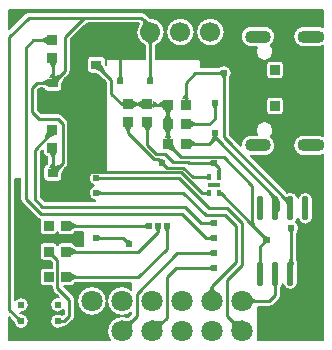
<source format=gbl>
G04 Layer: BottomLayer*
G04 EasyEDA Pro v2.1.32.5533625a.f972c4, 2023-12-06 19:29:04*
G04 Gerber Generator version 0.3*
G04 Scale: 100 percent, Rotated: No, Reflected: No*
G04 Dimensions in millimeters*
G04 Leading zeros omitted, absolute positions, 3 integers and 3 decimals*
%FSLAX33Y33*%
%MOMM*%
%ADD8191C,0.203*%
%ADD10R,0.9X0.8*%
%ADD11R,0.806X0.864*%
%ADD12R,0.864X0.806*%
%ADD13R,0.864X0.806*%
%ADD14R,1.7X1.7*%
%ADD15C,1.7*%
%ADD16O,0.588X2.045*%
%ADD17C,1.8*%
%ADD18O,2.3005X1.1*%
%ADD19O,2.3X1.1*%
%ADD20O,2.2X1.1*%
%ADD21R,0.806X0.864*%
%ADD22R,0.42X0.505*%
%ADD23R,1.1X0.4*%
%ADD24R,0.9X0.8*%
%ADD25C,0.61*%
%ADD26C,0.254*%
G75*


G04 Copper Start*
G36*
G01X358Y-27315D02*
G01X358Y-25392D01*
G01X707Y-25741D01*
G01X710Y-25768D01*
G03X1371Y-26382I661J49D01*
G03X2034Y-25719I0J663D01*
G03X1420Y-25058I-663J0D01*
G01X1393Y-25055D01*
G01X1318Y-24980D01*
G03X1371Y-24982I53J661D01*
G03X2034Y-24319I0J663D01*
G03X1371Y-23656I-663J0D01*
G03X866Y-23889I0J-663D01*
G01Y-13687D01*
G03X997Y-13700I131J645D01*
G03X1293Y-13630I0J658D01*
G01Y-15367D01*
G03X1435Y-15710I485J0D01*
G01X2705Y-16980D01*
G03X2947Y-17112I343J343D01*
G03X2930Y-17221I341J-109D01*
G01Y-18085D01*
G03X3288Y-18443I358J0D01*
G01X4095D01*
G03X4445Y-18160I0J358D01*
G03X4795Y-18443I350J75D01*
G01X5602D01*
G03X5955Y-18141I0J358D01*
G02X5983Y-18138I27J-115D01*
G01X6629D01*
G01Y-19327D01*
G01X5983D01*
G02X5955Y-19324I0J118D01*
G03X5602Y-19022I-354J-56D01*
G01X4795D01*
G03X4445Y-19305I0J-358D01*
G03X4095Y-19022I-350J-75D01*
G01X3288D01*
G03X2930Y-19380I0J-358D01*
G01Y-20244D01*
G03X3288Y-20602I358J0D01*
G01X3795D01*
G01X3960Y-20767D01*
G01Y-21181D01*
G01X3288D01*
G03X2930Y-21539I0J-358D01*
G01Y-22403D01*
G03X3288Y-22761I358J0D01*
G01X3960D01*
G01Y-22860D01*
G03X4102Y-23203I485J0D01*
G01X4561Y-23662D01*
G03X4471Y-23656I-90J-657D01*
G03X3808Y-24319I0J-663D01*
G03X4471Y-24982I663J0D01*
G03X4976Y-24749I0J663D01*
G01Y-25072D01*
G01X4863Y-25185D01*
G03X4471Y-25056I-392J-534D01*
G03X3808Y-25719I0J-663D01*
G03X4471Y-26382I663J0D01*
G03X4905Y-26220I0J663D01*
G01X4918Y-26210D01*
G01X4924Y-26205D01*
G01X5014D01*
G03X5357Y-26063I0J485D01*
G01X5804Y-25616D01*
G03X5946Y-25273I-343J343D01*
G01Y-23876D01*
G03X5804Y-23533I-485J0D01*
G01X5032Y-22761D01*
G01X5602D01*
G03X5955Y-22459I0J358D01*
G02X5983Y-22456I27J-115D01*
G01X10705D01*
G01Y-23031D01*
G03X9906Y-22745I-799J-972D01*
G03X8648Y-24003I0J-1258D01*
G03X9906Y-25261I1258J0D01*
G03X10691Y-24986I0J1258D01*
G01Y-25072D01*
G01X10433Y-25329D01*
G01X10406Y-25356D01*
G01X10396Y-25364D01*
G01X10392Y-25367D01*
G01X10371Y-25362D01*
G01X10245Y-25329D01*
G01X10231Y-25326D01*
G01X10162Y-25310D01*
G01X10141Y-25307D01*
G01X10081Y-25297D01*
G01X10061Y-25294D01*
G01X10041Y-25292D01*
G01X10027Y-25291D01*
G01X10012Y-25289D01*
G01X9992Y-25288D01*
G01X9986Y-25287D01*
G03X9942Y-25285I-80J-1256D01*
G01X9940D01*
G01X9924D01*
G01X9920D01*
G01X9906D01*
G03X9857Y-25286I0J-1258D01*
G01X9851D01*
G01X9827Y-25287D01*
G03X8648Y-26543I79J-1256D01*
G03X8913Y-27315I1258J0D01*
G01X358D01*
G37*
%LPC*%
G36*
G01X6108Y-24003D02*
G03X7366Y-25261I1258J0D01*
G03X8624Y-24003I0J1258D01*
G03X7366Y-22745I-1258J0D01*
G03X6108Y-24003I0J-1258D01*
G37*
%LPD*%
G36*
G01X21438Y-27315D02*
G01X21438Y-24488D01*
G01X22400D01*
G03X22743Y-24346I0J485D01*
G01X23251Y-23838D01*
G03X23393Y-23495I-343J343D01*
G01Y-23070D01*
G01Y-22860D01*
G03X23543Y-22572I-485J436D01*
G03X24178Y-23076I635J149D01*
G03X24830Y-22424I0J652D01*
G01Y-20967D01*
G03X24806Y-20793I-652J0D01*
G01X24727Y-20336D01*
G01Y-18300D01*
G01X24744Y-18279D01*
G03X24905Y-17846I-502J433D01*
G03X24653Y-17326I-663J0D01*
G03X24813Y-17028I-475J447D01*
G03X25448Y-17531I635J149D01*
G03X26100Y-16879I0J652D01*
G01Y-15422D01*
G03X25448Y-14770I-652J0D01*
G03X24813Y-15274I0J-652D01*
G03X24178Y-14770I-635J-149D01*
G03X23904Y-14830I0J-652D01*
G01X23902Y-14828D01*
G01X23879Y-14806D01*
G01X20812Y-11739D01*
G03X20871Y-11741I59J906D01*
G01X21971D01*
G03X22879Y-10833I0J908D01*
G03X22488Y-10087I-908J0D01*
G03X22739Y-9523I-507J563D01*
G03X21981Y-8765I-758J0D01*
G03X21223Y-9523I0J-758D01*
G03X21338Y-9925I758J0D01*
G01X20871D01*
G03X19962Y-10833I0J-908D01*
G03X19964Y-10892I908J0D01*
G01X19027Y-9955D01*
G01Y-5153D01*
G01X19044Y-5132D01*
G03X19205Y-4699I-502J433D01*
G03X18542Y-4036I-663J0D01*
G03X18109Y-4197I0J-663D01*
G01X18088Y-4214D01*
G01X16575D01*
G01Y-3654D01*
G03X16473Y-3552I-102J0D01*
G01X12802D01*
G01Y-2395D01*
G01X12803Y-2361D01*
G01Y-2353D01*
G01X12814Y-2346D01*
G01X12930Y-2276D01*
G01X12943Y-2268D01*
G01X12999Y-2230D01*
G01X13017Y-2218D01*
G01X13063Y-2183D01*
G01X13079Y-2170D01*
G01X13115Y-2139D01*
G01X13129Y-2126D01*
G01X13134Y-2122D01*
G03X13165Y-2092I-817J890D01*
G01X13178Y-2079D01*
G03X13223Y-2031I-862J847D01*
G03X13525Y-1232I-906J799D01*
G03X12400Y-27I-1208J0D01*
G01X12383Y-25D01*
G01X12371Y-23D01*
G01X12357Y-19D01*
G01X12340Y-14D01*
G01X12323Y-7D01*
G01X12289Y8D01*
G01X12256Y26D01*
G01X12221Y48D01*
G01X12187Y72D01*
G01X12140Y109D01*
G01X12095Y148D01*
G01X12076Y167D01*
G01X11900Y343D01*
G03X11557Y485I-343J-343D01*
G01X6731D01*
G01X2032D01*
G03X1689Y343I0J-485D01*
G01X358Y-988D01*
G01Y658D01*
G01X26942D01*
G01Y-809D01*
G03X26520Y-705I-421J-804D01*
G01X25320D01*
G03X24412Y-1613I0J-908D01*
G03X25320Y-2521I908J0D01*
G01X26520D01*
G03X26942Y-2418I0J908D01*
G01Y-10029D01*
G03X26520Y-9925I-421J-804D01*
G01X25320D01*
G03X24412Y-10833I0J-908D01*
G03X25320Y-11741I908J0D01*
G01X26520D01*
G03X26942Y-11638I0J908D01*
G01Y-27315D01*
G01X21438D01*
G37*
%LPC*%
G36*
G01X21223Y-2923D02*
G03X21981Y-3681I758J0D01*
G03X22739Y-2923I0J758D01*
G03X22488Y-2360I-758J0D01*
G03X22879Y-1613I-517J746D01*
G03X21971Y-705I-908J0D01*
G01X20871D01*
G03X19962Y-1613I0J-908D01*
G03X20871Y-2521I908J0D01*
G01X21338D01*
G03X21223Y-2923I643J-402D01*
G37*
G36*
G01X17396Y-2440D02*
G03X18605Y-1232I0J1208D01*
G03X17396Y-24I-1208J0D01*
G03X16188Y-1232I0J-1208D01*
G03X17396Y-2440I1208J0D01*
G37*
G36*
G01X13648Y-1232D02*
G03X14856Y-2440I1208J0D01*
G03X16065Y-1232I0J1208D01*
G03X14856Y-24I-1208J0D01*
G03X13648Y-1232I0J-1208D01*
G37*
G36*
G01X22107Y-4877D02*
G03X22465Y-5235I358J0D01*
G01X23272D01*
G03X23630Y-4877I0J358D01*
G01Y-4013D01*
G03X23272Y-3655I-358J0D01*
G01X22465D01*
G03X22107Y-4013I0J-358D01*
G01Y-4877D01*
G37*
G36*
G01X22107Y-7925D02*
G03X22465Y-8283I358J0D01*
G01X23272D01*
G03X23630Y-7925I0J358D01*
G01Y-7061D01*
G03X23272Y-6703I-358J0D01*
G01X22465D01*
G03X22107Y-7061I0J-358D01*
G01Y-7925D01*
G37*
%LPD*%
G36*
G01X3376Y-15517D02*
G01X3025Y-15166D01*
G01Y-11377D01*
G01X3219Y-11183D01*
G01Y-11444D01*
G03X3577Y-11802I358J0D01*
G01X3579Y-11825D01*
G01Y-12362D01*
G01X3576Y-12387D01*
G03X3256Y-12743I38J-356D01*
G01Y-13543D01*
G03X3614Y-13901I358J0D01*
G01X4514D01*
G03X4872Y-13543I0J358D01*
G01Y-13169D01*
G02X5037Y-12855I585J-106D01*
G01X5271Y-12621D01*
G03X5413Y-12278I-343J343D01*
G01Y-9017D01*
G03X5271Y-8674I-485J0D01*
G01X4838Y-8241D01*
G03X4495Y-8099I-343J-343D01*
G01X3070D01*
G01X2775Y-7804D01*
G01X2771Y-6170D01*
G01X2934Y-6007D01*
G01X3233D01*
G02X3267Y-6012I0J-118D01*
G03X3614Y-6281I347J89D01*
G01X4514D01*
G03X4872Y-5923I0J358D01*
G01Y-5549D01*
G02X5037Y-5235I585J-106D01*
G01X5423Y-4849D01*
G03X5565Y-4506I-343J343D01*
G01Y-1852D01*
G01X6799Y-618D01*
G01X6808Y-610D01*
G01X6817Y-602D01*
G01X6830Y-594D01*
G01X6861Y-574D01*
G01X6897Y-555D01*
G01X6937Y-536D01*
G01X6979Y-520D01*
G01X7020Y-505D01*
G01X7057Y-495D01*
G01X7090Y-488D01*
G01X7103Y-486D01*
G01X7114Y-485D01*
G01X7116D01*
G01X11344D01*
G01X11343Y-490D01*
G01X11328Y-536D01*
G01Y-538D01*
G03X11108Y-1232I989J-694D01*
G03X11111Y-1308I1208J0D01*
G03X11410Y-2031I1206J76D01*
G03X11455Y-2079I906J799D01*
G01X11468Y-2092D01*
G03X11499Y-2122I848J860D01*
G01X11504Y-2126D01*
G01X11518Y-2139D01*
G01X11554Y-2170D01*
G01X11570Y-2183D01*
G01X11616Y-2218D01*
G01X11634Y-2230D01*
G01X11690Y-2268D01*
G01X11703Y-2276D01*
G01X11819Y-2346D01*
G01X11829Y-2353D01*
G01X11830Y-2361D01*
G01X11831Y-2395D01*
G01Y-3552D01*
G01X8673D01*
G03X8571Y-3654I0J-102D01*
G01Y-4038D01*
G02X8555Y-3972I569J172D01*
G01Y-3599D01*
G03X8197Y-3241I-358J0D01*
G01X7297D01*
G03X6939Y-3599I0J-358D01*
G01Y-4399D01*
G03X7297Y-4757I358J0D01*
G01X7670D01*
G02X7984Y-4922I-106J-585D01*
G01X8532Y-5470D01*
G01Y-6477D01*
G03X8571Y-6668I485J0D01*
G01Y-13104D01*
G01X8199D01*
G03X7747Y-12926I-452J-485D01*
G03X7084Y-13589I0J-663D01*
G03X7557Y-14224I663J0D01*
G03X7084Y-14859I190J-635D01*
G03X7665Y-15517I663J0D01*
G01X3376D01*
G37*
G54D8191*
G01X358Y-27315D02*
G01X358Y-25392D01*
G01X707Y-25741D01*
G01X710Y-25768D01*
G03X1371Y-26382I661J49D01*
G03X2034Y-25719I0J663D01*
G03X1420Y-25058I-663J0D01*
G01X1393Y-25055D01*
G01X1318Y-24980D01*
G03X1371Y-24982I53J661D01*
G03X2034Y-24319I0J663D01*
G03X1371Y-23656I-663J0D01*
G03X866Y-23889I0J-663D01*
G01Y-13687D01*
G03X997Y-13700I131J645D01*
G03X1293Y-13630I0J658D01*
G01Y-15367D01*
G03X1435Y-15710I485J0D01*
G01X2705Y-16980D01*
G03X2947Y-17112I343J343D01*
G03X2930Y-17221I341J-109D01*
G01Y-18085D01*
G03X3288Y-18443I358J0D01*
G01X4095D01*
G03X4445Y-18160I0J358D01*
G03X4795Y-18443I350J75D01*
G01X5602D01*
G03X5955Y-18141I0J358D01*
G02X5983Y-18138I27J-115D01*
G01X6629D01*
G01Y-19327D01*
G01X5983D01*
G02X5955Y-19324I0J118D01*
G03X5602Y-19022I-354J-56D01*
G01X4795D01*
G03X4445Y-19305I0J-358D01*
G03X4095Y-19022I-350J-75D01*
G01X3288D01*
G03X2930Y-19380I0J-358D01*
G01Y-20244D01*
G03X3288Y-20602I358J0D01*
G01X3795D01*
G01X3960Y-20767D01*
G01Y-21181D01*
G01X3288D01*
G03X2930Y-21539I0J-358D01*
G01Y-22403D01*
G03X3288Y-22761I358J0D01*
G01X3960D01*
G01Y-22860D01*
G03X4102Y-23203I485J0D01*
G01X4561Y-23662D01*
G03X4471Y-23656I-90J-657D01*
G03X3808Y-24319I0J-663D01*
G03X4471Y-24982I663J0D01*
G03X4976Y-24749I0J663D01*
G01Y-25072D01*
G01X4863Y-25185D01*
G03X4471Y-25056I-392J-534D01*
G03X3808Y-25719I0J-663D01*
G03X4471Y-26382I663J0D01*
G03X4905Y-26220I0J663D01*
G01X4918Y-26210D01*
G01X4924Y-26205D01*
G01X5014D01*
G03X5357Y-26063I0J485D01*
G01X5804Y-25616D01*
G03X5946Y-25273I-343J343D01*
G01Y-23876D01*
G03X5804Y-23533I-485J0D01*
G01X5032Y-22761D01*
G01X5602D01*
G03X5955Y-22459I0J358D01*
G02X5983Y-22456I27J-115D01*
G01X10705D01*
G01Y-23031D01*
G03X9906Y-22745I-799J-972D01*
G03X8648Y-24003I0J-1258D01*
G03X9906Y-25261I1258J0D01*
G03X10691Y-24986I0J1258D01*
G01Y-25072D01*
G01X10433Y-25329D01*
G01X10406Y-25356D01*
G01X10396Y-25364D01*
G01X10392Y-25367D01*
G01X10371Y-25362D01*
G01X10245Y-25329D01*
G01X10231Y-25326D01*
G01X10162Y-25310D01*
G01X10141Y-25307D01*
G01X10081Y-25297D01*
G01X10061Y-25294D01*
G01X10041Y-25292D01*
G01X10027Y-25291D01*
G01X10012Y-25289D01*
G01X9992Y-25288D01*
G01X9986Y-25287D01*
G03X9942Y-25285I-80J-1256D01*
G01X9940D01*
G01X9924D01*
G01X9920D01*
G01X9906D01*
G03X9857Y-25286I0J-1258D01*
G01X9851D01*
G01X9827Y-25287D01*
G03X8648Y-26543I79J-1256D01*
G03X8913Y-27315I1258J0D01*
G01X358D01*
G01X6108Y-24003D02*
G03X7366Y-25261I1258J0D01*
G03X8624Y-24003I0J1258D01*
G03X7366Y-22745I-1258J0D01*
G03X6108Y-24003I0J-1258D01*
G01X21438Y-27315D02*
G01X21438Y-24488D01*
G01X22400D01*
G03X22743Y-24346I0J485D01*
G01X23251Y-23838D01*
G03X23393Y-23495I-343J343D01*
G01Y-23070D01*
G01Y-22860D01*
G03X23543Y-22572I-485J436D01*
G03X24178Y-23076I635J149D01*
G03X24830Y-22424I0J652D01*
G01Y-20967D01*
G03X24806Y-20793I-652J0D01*
G01X24727Y-20336D01*
G01Y-18300D01*
G01X24744Y-18279D01*
G03X24905Y-17846I-502J433D01*
G03X24653Y-17326I-663J0D01*
G03X24813Y-17028I-475J447D01*
G03X25448Y-17531I635J149D01*
G03X26100Y-16879I0J652D01*
G01Y-15422D01*
G03X25448Y-14770I-652J0D01*
G03X24813Y-15274I0J-652D01*
G03X24178Y-14770I-635J-149D01*
G03X23904Y-14830I0J-652D01*
G01X23902Y-14828D01*
G01X23879Y-14806D01*
G01X20812Y-11739D01*
G03X20871Y-11741I59J906D01*
G01X21971D01*
G03X22879Y-10833I0J908D01*
G03X22488Y-10087I-908J0D01*
G03X22739Y-9523I-507J563D01*
G03X21981Y-8765I-758J0D01*
G03X21223Y-9523I0J-758D01*
G03X21338Y-9925I758J0D01*
G01X20871D01*
G03X19962Y-10833I0J-908D01*
G03X19964Y-10892I908J0D01*
G01X19027Y-9955D01*
G01Y-5153D01*
G01X19044Y-5132D01*
G03X19205Y-4699I-502J433D01*
G03X18542Y-4036I-663J0D01*
G03X18109Y-4197I0J-663D01*
G01X18088Y-4214D01*
G01X16575D01*
G01Y-3654D01*
G03X16473Y-3552I-102J0D01*
G01X12802D01*
G01Y-2395D01*
G01X12803Y-2361D01*
G01Y-2353D01*
G01X12814Y-2346D01*
G01X12930Y-2276D01*
G01X12943Y-2268D01*
G01X12999Y-2230D01*
G01X13017Y-2218D01*
G01X13063Y-2183D01*
G01X13079Y-2170D01*
G01X13115Y-2139D01*
G01X13129Y-2126D01*
G01X13134Y-2122D01*
G03X13165Y-2092I-817J890D01*
G01X13178Y-2079D01*
G03X13223Y-2031I-862J847D01*
G03X13525Y-1232I-906J799D01*
G03X12400Y-27I-1208J0D01*
G01X12383Y-25D01*
G01X12371Y-23D01*
G01X12357Y-19D01*
G01X12340Y-14D01*
G01X12323Y-7D01*
G01X12289Y8D01*
G01X12256Y26D01*
G01X12221Y48D01*
G01X12187Y72D01*
G01X12140Y109D01*
G01X12095Y148D01*
G01X12076Y167D01*
G01X11900Y343D01*
G03X11557Y485I-343J-343D01*
G01X6731D01*
G01X2032D01*
G03X1689Y343I0J-485D01*
G01X358Y-988D01*
G01Y658D01*
G01X26942D01*
G01Y-809D01*
G03X26520Y-705I-421J-804D01*
G01X25320D01*
G03X24412Y-1613I0J-908D01*
G03X25320Y-2521I908J0D01*
G01X26520D01*
G03X26942Y-2418I0J908D01*
G01Y-10029D01*
G03X26520Y-9925I-421J-804D01*
G01X25320D01*
G03X24412Y-10833I0J-908D01*
G03X25320Y-11741I908J0D01*
G01X26520D01*
G03X26942Y-11638I0J908D01*
G01Y-27315D01*
G01X21438D01*
G01X21223Y-2923D02*
G03X21981Y-3681I758J0D01*
G03X22739Y-2923I0J758D01*
G03X22488Y-2360I-758J0D01*
G03X22879Y-1613I-517J746D01*
G03X21971Y-705I-908J0D01*
G01X20871D01*
G03X19962Y-1613I0J-908D01*
G03X20871Y-2521I908J0D01*
G01X21338D01*
G03X21223Y-2923I643J-402D01*
G01X17396Y-2440D02*
G03X18605Y-1232I0J1208D01*
G03X17396Y-24I-1208J0D01*
G03X16188Y-1232I0J-1208D01*
G03X17396Y-2440I1208J0D01*
G01X13648Y-1232D02*
G03X14856Y-2440I1208J0D01*
G03X16065Y-1232I0J1208D01*
G03X14856Y-24I-1208J0D01*
G03X13648Y-1232I0J-1208D01*
G01X22107Y-4877D02*
G03X22465Y-5235I358J0D01*
G01X23272D01*
G03X23630Y-4877I0J358D01*
G01Y-4013D01*
G03X23272Y-3655I-358J0D01*
G01X22465D01*
G03X22107Y-4013I0J-358D01*
G01Y-4877D01*
G01X22107Y-7925D02*
G03X22465Y-8283I358J0D01*
G01X23272D01*
G03X23630Y-7925I0J358D01*
G01Y-7061D01*
G03X23272Y-6703I-358J0D01*
G01X22465D01*
G03X22107Y-7061I0J-358D01*
G01Y-7925D01*
G01X3376Y-15517D02*
G01X3025Y-15166D01*
G01Y-11377D01*
G01X3219Y-11183D01*
G01Y-11444D01*
G03X3577Y-11802I358J0D01*
G01X3579Y-11825D01*
G01Y-12362D01*
G01X3576Y-12387D01*
G03X3256Y-12743I38J-356D01*
G01Y-13543D01*
G03X3614Y-13901I358J0D01*
G01X4514D01*
G03X4872Y-13543I0J358D01*
G01Y-13169D01*
G02X5037Y-12855I585J-106D01*
G01X5271Y-12621D01*
G03X5413Y-12278I-343J343D01*
G01Y-9017D01*
G03X5271Y-8674I-485J0D01*
G01X4838Y-8241D01*
G03X4495Y-8099I-343J-343D01*
G01X3070D01*
G01X2775Y-7804D01*
G01X2771Y-6170D01*
G01X2934Y-6007D01*
G01X3233D01*
G02X3267Y-6012I0J-118D01*
G03X3614Y-6281I347J89D01*
G01X4514D01*
G03X4872Y-5923I0J358D01*
G01Y-5549D01*
G02X5037Y-5235I585J-106D01*
G01X5423Y-4849D01*
G03X5565Y-4506I-343J343D01*
G01Y-1852D01*
G01X6799Y-618D01*
G01X6808Y-610D01*
G01X6817Y-602D01*
G01X6830Y-594D01*
G01X6861Y-574D01*
G01X6897Y-555D01*
G01X6937Y-536D01*
G01X6979Y-520D01*
G01X7020Y-505D01*
G01X7057Y-495D01*
G01X7090Y-488D01*
G01X7103Y-486D01*
G01X7114Y-485D01*
G01X7116D01*
G01X11344D01*
G01X11343Y-490D01*
G01X11328Y-536D01*
G01Y-538D01*
G03X11108Y-1232I989J-694D01*
G03X11111Y-1308I1208J0D01*
G03X11410Y-2031I1206J76D01*
G03X11455Y-2079I906J799D01*
G01X11468Y-2092D01*
G03X11499Y-2122I848J860D01*
G01X11504Y-2126D01*
G01X11518Y-2139D01*
G01X11554Y-2170D01*
G01X11570Y-2183D01*
G01X11616Y-2218D01*
G01X11634Y-2230D01*
G01X11690Y-2268D01*
G01X11703Y-2276D01*
G01X11819Y-2346D01*
G01X11829Y-2353D01*
G01X11830Y-2361D01*
G01X11831Y-2395D01*
G01Y-3552D01*
G01X8673D01*
G03X8571Y-3654I0J-102D01*
G01Y-4038D01*
G02X8555Y-3972I569J172D01*
G01Y-3599D01*
G03X8197Y-3241I-358J0D01*
G01X7297D01*
G03X6939Y-3599I0J-358D01*
G01Y-4399D01*
G03X7297Y-4757I358J0D01*
G01X7670D01*
G02X7984Y-4922I-106J-585D01*
G01X8532Y-5470D01*
G01Y-6477D01*
G03X8571Y-6668I485J0D01*
G01Y-13104D01*
G01X8199D01*
G03X7747Y-12926I-452J-485D01*
G03X7084Y-13589I0J-663D01*
G03X7557Y-14224I663J0D01*
G03X7084Y-14859I190J-635D01*
G03X7665Y-15517I663J0D01*
G01X3376D01*
G04 Copper End*

G04 Tear Start*
G36*
G01X3233Y-5395D02*
G01X3233Y-5649D01*
G02X3614Y-5839I0J-476D01*
G01Y-5204D01*
G02X3233Y-5395I-381J286D01*
G37*
G36*
G01X4783Y-4982D02*
G01X4553Y-4854D01*
G02X4014Y-5123I-674J674D01*
G01X4514Y-5521D01*
G02X4783Y-4982I943J-135D01*
G37*
G36*
G01X4191Y-4742D02*
G01X3937Y-4742D01*
G02X3747Y-5123I-476J0D01*
G01X4382D01*
G02X4191Y-4742I286J381D01*
G37*
G36*
G01X4895Y-14732D02*
G01X4895Y-14478D01*
G02X4514Y-14287I0J476D01*
G01Y-14922D01*
G02X4895Y-14732I381J-286D01*
G37*
G36*
G01X4783Y-12602D02*
G01X4553Y-12474D01*
G02X4014Y-12743I-674J674D01*
G01X4514Y-13141D01*
G02X4783Y-12602I943J-135D01*
G37*
G36*
G01X4191Y-12362D02*
G01X3937Y-12362D01*
G02X3747Y-12743I-476J0D01*
G01X4382D01*
G02X4191Y-12362I286J381D01*
G37*
G36*
G01X5983Y-17780D02*
G01X5983Y-17526D01*
G02X5602Y-17335I0J476D01*
G01Y-17970D01*
G02X5983Y-17780I381J-286D01*
G37*
G36*
G01X5983Y-19939D02*
G01X5983Y-19685D01*
G02X5602Y-19494I0J476D01*
G01Y-20129D01*
G02X5983Y-19939I381J-286D01*
G37*
G36*
G01X5983Y-22098D02*
G01X5983Y-21844D01*
G02X5602Y-21653I0J476D01*
G01Y-22288D01*
G02X5983Y-22098I381J-286D01*
G37*
G36*
G01X3196Y-1786D02*
G01X3196Y-2040D01*
G02X3577Y-2230I0J-476D01*
G01Y-1595D01*
G02X3196Y-1786I-381J286D01*
G37*
G36*
G01X3937Y-4205D02*
G01X4191Y-4205D01*
G02X4382Y-3824I476J0D01*
G01X3747D01*
G02X3937Y-4205I-286J-381D01*
G37*
G36*
G01X3937Y-11825D02*
G01X4191Y-11825D01*
G02X4382Y-11444I476J0D01*
G01X3747D01*
G02X3937Y-11825I-286J-381D01*
G37*
G36*
G01X3330Y-10206D02*
G01X3689Y-10206D01*
G02X4228Y-9937I674J-674D01*
G01X3577Y-9690D01*
G02X3330Y-10206I-855J92D01*
G37*
G36*
G01X9649Y-2463D02*
G01X9903Y-2463D01*
G02X10094Y-2082I476J0D01*
G01X9459D01*
G02X9649Y-2463I-286J-381D01*
G37*
G36*
G01X11824Y-88D02*
G01X11645Y-267D01*
G01X11655Y-278D01*
G01X11664Y-289D01*
G01X11672Y-301D01*
G01X11680Y-312D01*
G01X11686Y-325D01*
G01X11692Y-337D01*
G01X11697Y-350D01*
G01X11701Y-363D01*
G01X11705Y-376D01*
G01X11707Y-390D01*
G01X11711Y-418D01*
G01Y-447D01*
G01X11710Y-477D01*
G01X11706Y-508D01*
G01X11700Y-539D01*
G01X11688Y-588D01*
G01X11666Y-655D01*
G01X11619Y-777D01*
G01X11525Y-1006D01*
G01X11502Y-1075D01*
G01X11487Y-1126D01*
G01X11476Y-1176D01*
G01X11471Y-1208D01*
G01X11468Y-1240D01*
G01Y-1270D01*
G01Y-1285D01*
G01X12370Y-384D01*
G01X12333Y-380D01*
G01X12295Y-373D01*
G01X12258Y-364D01*
G01X12221Y-352D01*
G01X12184Y-338D01*
G01X12129Y-313D01*
G01X12075Y-284D01*
G01X12023Y-251D01*
G01X11973Y-216D01*
G01X11910Y-166D01*
G01X11851Y-114D01*
G01X11824Y-88D01*
G37*
G36*
G01X12189Y-2389D02*
G01X12443Y-2389D01*
G01X12445Y-2338D01*
G01X12448Y-2307D01*
G01X12452Y-2278D01*
G01X12458Y-2252D01*
G01X12465Y-2227D01*
G01X12473Y-2205D01*
G01X12482Y-2184D01*
G01X12493Y-2165D01*
G01X12504Y-2147D01*
G01X12517Y-2131D01*
G01X12531Y-2115D01*
G01X12545Y-2101D01*
G01X12561Y-2087D01*
G01X12585Y-2068D01*
G01X12621Y-2044D01*
G01X12744Y-1969D01*
G01X12801Y-1932D01*
G01X12847Y-1897D01*
G01X12882Y-1867D01*
G01X12918Y-1833D01*
G01X12954Y-1794D01*
G01X11679D01*
G01X11715Y-1833D01*
G01X11751Y-1867D01*
G01X11786Y-1897D01*
G01X11832Y-1932D01*
G01X11889Y-1969D01*
G01X12012Y-2044D01*
G01X12047Y-2068D01*
G01X12072Y-2087D01*
G01X12088Y-2101D01*
G01X12102Y-2115D01*
G01X12116Y-2131D01*
G01X12129Y-2147D01*
G01X12140Y-2165D01*
G01X12151Y-2184D01*
G01X12160Y-2205D01*
G01X12168Y-2227D01*
G01X12175Y-2252D01*
G01X12181Y-2278D01*
G01X12185Y-2307D01*
G01X12188Y-2338D01*
G01X12189Y-2389D01*
G37*
G36*
G01X22684Y-14862D02*
G01X22419Y-14957D01*
G01X22437Y-14977D01*
G01X22455Y-14999D01*
G01X22473Y-15024D01*
G01X22499Y-15065D01*
G01X22524Y-15110D01*
G01X22546Y-15157D01*
G01X22566Y-15206D01*
G01X22583Y-15255D01*
G01X22597Y-15304D01*
G01X22607Y-15350D01*
G01X22611Y-15380D01*
G01X22613Y-15408D01*
G01X22614Y-15421D01*
G01X23003Y-15144D01*
G01X22972Y-15132D01*
G01X22945Y-15120D01*
G01X22920Y-15107D01*
G01X22898Y-15093D01*
G01X22878Y-15078D01*
G01X22860Y-15063D01*
G01X22843Y-15047D01*
G01X22819Y-15021D01*
G01X22747Y-14932D01*
G01X22707Y-14886D01*
G01X22684Y-14862D01*
G37*
G36*
G01X23628Y-15063D02*
G01X23614Y-15408D01*
G01X23652Y-15447D01*
G01X23689Y-15491D01*
G01X23725Y-15538D01*
G01X23759Y-15587D01*
G01X23790Y-15639D01*
G01X23818Y-15692D01*
G01X23841Y-15746D01*
G01X23855Y-15782D01*
G01X23866Y-15819D01*
G01X23874Y-15856D01*
G01X23880Y-15892D01*
G01X23883Y-15928D01*
G01X23884Y-15946D01*
G01X24013Y-15178D01*
G01X24001Y-15186D01*
G01X23989Y-15193D01*
G01X23976Y-15198D01*
G01X23964Y-15203D01*
G01X23951Y-15207D01*
G01X23939Y-15210D01*
G01X23926Y-15212D01*
G01X23914Y-15213D01*
G01X23901Y-15214D01*
G01X23888Y-15213D01*
G01X23876Y-15212D01*
G01X23863Y-15210D01*
G01X23851Y-15207D01*
G01X23826Y-15200D01*
G01X23801Y-15190D01*
G01X23777Y-15178D01*
G01X23753Y-15164D01*
G01X23729Y-15149D01*
G01X23694Y-15122D01*
G01X23661Y-15093D01*
G01X23628Y-15063D01*
G37*
G36*
G01X21765Y-20321D02*
G01X21511Y-20321D01*
G01X21512Y-20355D01*
G01X21516Y-20388D01*
G01X21522Y-20419D01*
G01X21537Y-20477D01*
G01X21555Y-20541D01*
G01X21560Y-20564D01*
G01X21562Y-20575D01*
G01X21563Y-20587D01*
G01Y-20598D01*
G01Y-20608D01*
G01X21562Y-20619D01*
G01X21559Y-20629D01*
G01X21556Y-20639D01*
G01X21552Y-20649D01*
G01X21546Y-20659D01*
G01X21539Y-20669D01*
G01X21531Y-20679D01*
G01X21522Y-20688D01*
G01X21511Y-20698D01*
G01X21498Y-20707D01*
G01X21484Y-20716D01*
G01X21791D01*
G01X21777Y-20707D01*
G01X21764Y-20698D01*
G01X21753Y-20688D01*
G01X21744Y-20679D01*
G01X21736Y-20669D01*
G01X21729Y-20659D01*
G01X21723Y-20649D01*
G01X21719Y-20639D01*
G01X21716Y-20629D01*
G01X21714Y-20619D01*
G01X21712Y-20608D01*
G01Y-20598D01*
G01Y-20587D01*
G01X21713Y-20575D01*
G01X21717Y-20552D01*
G01X21727Y-20516D01*
G01X21750Y-20434D01*
G01X21756Y-20404D01*
G01X21761Y-20372D01*
G01X21764Y-20338D01*
G01X21765Y-20321D01*
G37*
G36*
G01X22781Y-23070D02*
G01X23035Y-23070D01*
G01X23033Y-23035D01*
G01X23029Y-23003D01*
G01X23023Y-22972D01*
G01X23008Y-22914D01*
G01X22990Y-22850D01*
G01X22985Y-22827D01*
G01X22983Y-22815D01*
G01X22982Y-22804D01*
G01Y-22793D01*
G01Y-22783D01*
G01X22984Y-22772D01*
G01X22986Y-22762D01*
G01X22989Y-22751D01*
G01X22993Y-22741D01*
G01X22999Y-22732D01*
G01X23006Y-22722D01*
G01X23014Y-22712D01*
G01X23023Y-22703D01*
G01X23034Y-22693D01*
G01X23047Y-22684D01*
G01X23061Y-22674D01*
G01X22754D01*
G01X22768Y-22684D01*
G01X22781Y-22693D01*
G01X22792Y-22703D01*
G01X22801Y-22712D01*
G01X22809Y-22722D01*
G01X22816Y-22732D01*
G01X22822Y-22741D01*
G01X22826Y-22751D01*
G01X22829Y-22762D01*
G01X22832Y-22772D01*
G01X22833Y-22783D01*
G01Y-22793D01*
G01Y-22804D01*
G01X22832Y-22815D01*
G01X22828Y-22838D01*
G01X22818Y-22875D01*
G01X22795Y-22957D01*
G01X22789Y-22987D01*
G01X22784Y-23019D01*
G01X22781Y-23053D01*
G01Y-23070D01*
G37*
G36*
G01X24369Y-20363D02*
G01X24115Y-20299D01*
G01X24114Y-20334D01*
G01X24110Y-20368D01*
G01X24105Y-20402D01*
G01X24098Y-20436D01*
G01X24085Y-20486D01*
G01X24068Y-20536D01*
G01X24041Y-20600D01*
G01X24003Y-20679D01*
G01X23924Y-20818D01*
G01X24472Y-20967D01*
G01X24467Y-20935D01*
G01X24370Y-20373D01*
G01X24369Y-20363D01*
G37*
G36*
G01X10862Y-25766D02*
G01X10683Y-25587D01*
G01X10642Y-25624D01*
G01X10617Y-25646D01*
G01X10592Y-25664D01*
G01X10568Y-25680D01*
G01X10544Y-25693D01*
G01X10521Y-25704D01*
G01X10498Y-25712D01*
G01X10476Y-25719D01*
G01X10454Y-25723D01*
G01X10432Y-25726D01*
G01X10410Y-25727D01*
G01X10388D01*
G01X10367Y-25725D01*
G01X10334Y-25720D01*
G01X10289Y-25711D01*
G01X10154Y-25676D01*
G01X10085Y-25660D01*
G01X10024Y-25650D01*
G01X9976Y-25645D01*
G01X9924Y-25643D01*
G01X9869Y-25644D01*
G01X9850Y-25645D01*
G01X10804Y-26599D01*
G01X10806Y-26543D01*
G01X10805Y-26490D01*
G01X10800Y-26441D01*
G01X10792Y-26379D01*
G01X10777Y-26309D01*
G01X10741Y-26172D01*
G01X10731Y-26126D01*
G01X10725Y-26093D01*
G01X10723Y-26071D01*
G01X10722Y-26050D01*
G01Y-26028D01*
G01X10724Y-26006D01*
G01X10728Y-25984D01*
G01X10733Y-25962D01*
G01X10741Y-25939D01*
G01X10750Y-25917D01*
G01X10762Y-25893D01*
G01X10777Y-25869D01*
G01X10794Y-25845D01*
G01X10814Y-25819D01*
G01X10849Y-25780D01*
G01X10862Y-25766D01*
G37*
G36*
G01X13466Y-25830D02*
G01X13286Y-25650D01*
G01X13269Y-25665D01*
G01X13251Y-25678D01*
G01X13230Y-25689D01*
G01X13209Y-25698D01*
G01X13185Y-25706D01*
G01X13161Y-25712D01*
G01X13135Y-25716D01*
G01X13080Y-25721D01*
G01X13021D01*
G01X12928Y-25714D01*
G01X12767Y-25690D01*
G01X12518Y-25651D01*
G01X12463Y-25645D01*
G01X12413Y-25644D01*
G01X12390Y-25645D01*
G01X13344Y-26599D01*
G01X13346Y-26536D01*
G01X13345Y-26463D01*
G01X13337Y-26355D01*
G01X13323Y-26211D01*
G01X13321Y-26166D01*
G01X13322Y-26133D01*
G01X13324Y-26101D01*
G01X13327Y-26079D01*
G01X13331Y-26058D01*
G01X13336Y-26037D01*
G01X13343Y-26015D01*
G01X13351Y-25994D01*
G01X13360Y-25973D01*
G01X13371Y-25952D01*
G01X13384Y-25930D01*
G01X13399Y-25908D01*
G01X13415Y-25886D01*
G01X13444Y-25853D01*
G01X13466Y-25830D01*
G37*
G36*
G01X21291Y-24130D02*
G01X21291Y-23876D01*
G01X21236Y-23874D01*
G01X21203Y-23871D01*
G01X21172Y-23867D01*
G01X21144Y-23861D01*
G01X21118Y-23853D01*
G01X21094Y-23844D01*
G01X21072Y-23834D01*
G01X21052Y-23823D01*
G01X21033Y-23811D01*
G01X21016Y-23797D01*
G01X21000Y-23783D01*
G01X20984Y-23767D01*
G01X20970Y-23750D01*
G01X20950Y-23724D01*
G01X20925Y-23685D01*
G01X20855Y-23565D01*
G01X20817Y-23505D01*
G01X20781Y-23455D01*
G01X20750Y-23418D01*
G01X20715Y-23379D01*
G01X20676Y-23341D01*
G01X20661Y-23328D01*
G01Y-24678D01*
G01X20702Y-24639D01*
G01X20739Y-24601D01*
G01X20771Y-24563D01*
G01X20808Y-24513D01*
G01X20848Y-24453D01*
G01X20919Y-24331D01*
G01X20944Y-24292D01*
G01X20963Y-24264D01*
G01X20977Y-24247D01*
G01X20992Y-24231D01*
G01X21007Y-24216D01*
G01X21024Y-24202D01*
G01X21042Y-24189D01*
G01X21062Y-24177D01*
G01X21083Y-24166D01*
G01X21106Y-24157D01*
G01X21131Y-24149D01*
G01X21158Y-24142D01*
G01X21187Y-24137D01*
G01X21219Y-24133D01*
G01X21272Y-24130D01*
G01X21291D01*
G37*
G36*
G01X19289Y-25587D02*
G01X19110Y-25766D01*
G01X19147Y-25807D01*
G01X19169Y-25832D01*
G01X19187Y-25857D01*
G01X19203Y-25881D01*
G01X19216Y-25905D01*
G01X19227Y-25928D01*
G01X19235Y-25951D01*
G01X19242Y-25973D01*
G01X19246Y-25995D01*
G01X19249Y-26017D01*
G01X19250Y-26039D01*
G01Y-26061D01*
G01X19248Y-26082D01*
G01X19243Y-26115D01*
G01X19234Y-26160D01*
G01X19199Y-26295D01*
G01X19183Y-26364D01*
G01X19173Y-26425D01*
G01X19168Y-26473D01*
G01X19166Y-26525D01*
G01X19167Y-26580D01*
G01X19168Y-26599D01*
G01X20122Y-25645D01*
G01X20066Y-25643D01*
G01X20013Y-25644D01*
G01X19964Y-25649D01*
G01X19902Y-25657D01*
G01X19832Y-25672D01*
G01X19695Y-25708D01*
G01X19649Y-25718D01*
G01X19616Y-25724D01*
G01X19594Y-25726D01*
G01X19573Y-25727D01*
G01X19551D01*
G01X19529Y-25725D01*
G01X19507Y-25721D01*
G01X19485Y-25716D01*
G01X19462Y-25708D01*
G01X19440Y-25699D01*
G01X19416Y-25687D01*
G01X19392Y-25672D01*
G01X19368Y-25655D01*
G01X19342Y-25635D01*
G01X19303Y-25600D01*
G01X19289Y-25587D01*
G37*
G36*
G01X17653Y-22778D02*
G01X17399Y-22778D01*
G01X17397Y-22833D01*
G01X17394Y-22866D01*
G01X17390Y-22897D01*
G01X17384Y-22925D01*
G01X17376Y-22951D01*
G01X17367Y-22975D01*
G01X17357Y-22997D01*
G01X17346Y-23017D01*
G01X17334Y-23036D01*
G01X17320Y-23053D01*
G01X17306Y-23069D01*
G01X17290Y-23085D01*
G01X17273Y-23099D01*
G01X17247Y-23119D01*
G01X17208Y-23144D01*
G01X17088Y-23214D01*
G01X17028Y-23252D01*
G01X16978Y-23288D01*
G01X16941Y-23319D01*
G01X16902Y-23354D01*
G01X16864Y-23393D01*
G01X16851Y-23408D01*
G01X18201D01*
G01X18162Y-23367D01*
G01X18124Y-23330D01*
G01X18086Y-23298D01*
G01X18036Y-23261D01*
G01X17976Y-23221D01*
G01X17854Y-23150D01*
G01X17815Y-23125D01*
G01X17787Y-23106D01*
G01X17770Y-23092D01*
G01X17754Y-23077D01*
G01X17739Y-23062D01*
G01X17725Y-23045D01*
G01X17712Y-23027D01*
G01X17700Y-23007D01*
G01X17689Y-22986D01*
G01X17680Y-22963D01*
G01X17672Y-22938D01*
G01X17665Y-22911D01*
G01X17660Y-22882D01*
G01X17656Y-22850D01*
G01X17653Y-22797D01*
G01Y-22778D01*
G37*
G36*
G01X13669Y-9830D02*
G01X13923Y-9830D01*
G02X14114Y-9449I476J0D01*
G01X13479D01*
G02X13669Y-9830I-286J-381D01*
G37*
G36*
G01X13923Y-8204D02*
G01X13669Y-8204D01*
G02X13479Y-8585I-476J0D01*
G01X14114D01*
G02X13923Y-8204I286J381D01*
G37*
G36*
G01X16087Y-9144D02*
G01X16087Y-8890D01*
G02X15706Y-8699I0J476D01*
G01Y-9334D01*
G02X16087Y-9144I381J-286D01*
G37*
G36*
G01X14318Y-11369D02*
G01X14469Y-11161D01*
G02X14200Y-10622I674J674D01*
G01X13779Y-11100D01*
G02X14318Y-11369I-135J-943D01*
G37*
G36*
G01X13923Y-9855D02*
G01X13669Y-9855D01*
G02X13479Y-10236I-476J0D01*
G01X14114D01*
G02X13923Y-9855I286J381D01*
G37*
G36*
G01X16087Y-10795D02*
G01X16087Y-10541D01*
G02X15706Y-10350I0J476D01*
G01Y-10985D01*
G02X16087Y-10795I381J-286D01*
G37*
G36*
G01X13012Y-7239D02*
G01X13012Y-7493D01*
G02X13393Y-7683I0J-476D01*
G01Y-7048D01*
G02X13012Y-7239I-381J286D01*
G37*
G36*
G01X13669Y-8179D02*
G01X13923Y-8179D01*
G02X14114Y-7798I476J0D01*
G01X13479D01*
G02X13669Y-8179I-286J-381D01*
G37*
G36*
G01X15430Y-6553D02*
G01X15176Y-6553D01*
G02X14986Y-6934I-476J0D01*
G01X15621D01*
G02X15430Y-6553I286J381D01*
G37*
G36*
G01X16705Y-13412D02*
G01X16705Y-13666D01*
G02X17086Y-13692I0J-2723D01*
G01Y-13385D01*
G02X16705Y-13412I-381J2696D01*
G37*
G36*
G01X18224Y-12905D02*
G01X17970Y-12905D01*
G02X17943Y-13286I-2723J0D01*
G01X18250D01*
G02X18224Y-12905I2696J381D01*
G37*
G36*
G01X16705Y-14766D02*
G01X16705Y-15020D01*
G02X17086Y-15047I0J-2723D01*
G01Y-14740D01*
G02X16705Y-14766I-381J2696D01*
G37*
G36*
G01X8237Y-4668D02*
G01X8466Y-4539D01*
G02X8197Y-4000I674J674D01*
G01X7698Y-4399D01*
G02X8237Y-4668I-135J-943D01*
G37*
G36*
G01X10287Y-9628D02*
G01X10541Y-9628D01*
G02X10732Y-9247I476J0D01*
G01X10097D01*
G02X10287Y-9628I-286J-381D01*
G37*
G36*
G01X11227Y-7464D02*
G01X11227Y-7210D01*
G02X10846Y-7020I0J476D01*
G01Y-7655D01*
G02X11227Y-7464I381J-286D01*
G37*
G36*
G01X11938Y-9628D02*
G01X12192Y-9628D01*
G02X12383Y-9247I476J0D01*
G01X11748D01*
G02X11938Y-9628I-286J-381D01*
G37*
G36*
G01X11252Y-7210D02*
G01X11252Y-7464D01*
G02X11633Y-7655I0J-476D01*
G01Y-7020D01*
G02X11252Y-7210I-381J286D01*
G37*
G36*
G01X12878Y-7493D02*
G01X12878Y-7239D01*
G02X12497Y-7048I0J476D01*
G01Y-7683D01*
G02X12878Y-7493I381J-286D01*
G37*
G36*
G01X4479Y-7051D02*
G01X4479Y-6797D01*
G01X4464Y-6796D01*
G01X4450Y-6795D01*
G01X4435Y-6792D01*
G01X4421Y-6788D01*
G01X4407Y-6784D01*
G01X4379Y-6772D01*
G01X4351Y-6757D01*
G01X4325Y-6741D01*
G01X4300Y-6723D01*
G01X4266Y-6694D01*
G01Y-7152D01*
G01X4288Y-7133D01*
G01X4312Y-7115D01*
G01X4338Y-7098D01*
G01X4365Y-7082D01*
G01X4393Y-7070D01*
G01X4407Y-7064D01*
G01X4422Y-7060D01*
G01X4436Y-7056D01*
G01X4450Y-7053D01*
G01X4465Y-7052D01*
G01X4479Y-7051D01*
G37*
G36*
G01X3937Y-3835D02*
G01X4191Y-3835D01*
G01Y-3762D01*
G01X4193Y-3735D01*
G01X4197Y-3708D01*
G01X4200Y-3695D01*
G01X4203Y-3682D01*
G01X4208Y-3669D01*
G01X4214Y-3657D01*
G01X4221Y-3645D01*
G01X4228Y-3633D01*
G01X4238Y-3622D01*
G01X3781D01*
G01X3795Y-3638D01*
G01X3824Y-3664D01*
G01X3877Y-3707D01*
G01X3888Y-3718D01*
G01X3899Y-3728D01*
G01X3908Y-3739D01*
G01X3916Y-3751D01*
G01X3924Y-3765D01*
G01X3929Y-3779D01*
G01X3933Y-3796D01*
G01X3936Y-3814D01*
G01X3937Y-3835D01*
G37*
G36*
G01X17285Y-18542D02*
G01X17285Y-18796D01*
G01X17299Y-18797D01*
G01X17314Y-18798D01*
G01X17328Y-18801D01*
G01X17343Y-18805D01*
G01X17357Y-18809D01*
G01X17385Y-18821D01*
G01X17412Y-18835D01*
G01X17439Y-18852D01*
G01X17464Y-18869D01*
G01X17498Y-18898D01*
G01Y-18440D01*
G01X17464Y-18469D01*
G01X17439Y-18486D01*
G01X17412Y-18503D01*
G01X17385Y-18517D01*
G01X17357Y-18529D01*
G01X17343Y-18533D01*
G01X17328Y-18537D01*
G01X17314Y-18540D01*
G01X17299Y-18541D01*
G01X17285Y-18542D01*
G37*
G36*
G01X17285Y-17272D02*
G01X17285Y-17526D01*
G01X17299Y-17527D01*
G01X17314Y-17528D01*
G01X17328Y-17531D01*
G01X17343Y-17535D01*
G01X17357Y-17539D01*
G01X17385Y-17551D01*
G01X17412Y-17565D01*
G01X17439Y-17582D01*
G01X17464Y-17599D01*
G01X17498Y-17628D01*
G01Y-17170D01*
G01X17464Y-17199D01*
G01X17439Y-17216D01*
G01X17412Y-17233D01*
G01X17385Y-17247D01*
G01X17357Y-17259D01*
G01X17343Y-17263D01*
G01X17328Y-17267D01*
G01X17314Y-17270D01*
G01X17299Y-17271D01*
G01X17285Y-17272D01*
G37*
G36*
G01X1167Y-25336D02*
G01X988Y-25515D01*
G01X997Y-25526D01*
G01X1006Y-25537D01*
G01X1015Y-25550D01*
G01X1022Y-25562D01*
G01X1029Y-25576D01*
G01X1041Y-25604D01*
G01X1050Y-25633D01*
G01X1057Y-25663D01*
G01X1062Y-25694D01*
G01X1067Y-25738D01*
G01X1390Y-25415D01*
G01X1346Y-25410D01*
G01X1315Y-25405D01*
G01X1285Y-25398D01*
G01X1256Y-25389D01*
G01X1227Y-25377D01*
G01X1214Y-25370D01*
G01X1201Y-25363D01*
G01X1189Y-25355D01*
G01X1178Y-25346D01*
G01X1167Y-25336D01*
G37*
G36*
G01X4886Y-25847D02*
G01X4886Y-25593D01*
G01X4872Y-25592D01*
G01X4857Y-25591D01*
G01X4843Y-25588D01*
G01X4828Y-25584D01*
G01X4814Y-25580D01*
G01X4786Y-25568D01*
G01X4759Y-25553D01*
G01X4732Y-25537D01*
G01X4707Y-25519D01*
G01X4673Y-25490D01*
G01Y-25948D01*
G01X4695Y-25929D01*
G01X4719Y-25911D01*
G01X4745Y-25894D01*
G01X4772Y-25878D01*
G01X4800Y-25866D01*
G01X4814Y-25860D01*
G01X4829Y-25856D01*
G01X4843Y-25852D01*
G01X4857Y-25849D01*
G01X4872Y-25848D01*
G01X4886Y-25847D01*
G37*
G36*
G01X5613Y-17780D02*
G01X5613Y-17526D01*
G01X5599Y-17525D01*
G01X5584Y-17524D01*
G01X5570Y-17521D01*
G01X5556Y-17517D01*
G01X5541Y-17513D01*
G01X5513Y-17501D01*
G01X5486Y-17487D01*
G01X5460Y-17470D01*
G01X5434Y-17453D01*
G01X5400Y-17424D01*
G01Y-17882D01*
G01X5434Y-17853D01*
G01X5460Y-17836D01*
G01X5486Y-17819D01*
G01X5513Y-17805D01*
G01X5541Y-17793D01*
G01X5556Y-17789D01*
G01X5570Y-17785D01*
G01X5584Y-17782D01*
G01X5599Y-17781D01*
G01X5613Y-17780D01*
G37*
G36*
G01X5613Y-19939D02*
G01X5613Y-19685D01*
G01X5599Y-19684D01*
G01X5584Y-19683D01*
G01X5570Y-19680D01*
G01X5556Y-19676D01*
G01X5541Y-19672D01*
G01X5513Y-19660D01*
G01X5486Y-19646D01*
G01X5460Y-19629D01*
G01X5434Y-19612D01*
G01X5400Y-19583D01*
G01Y-20041D01*
G01X5434Y-20012D01*
G01X5460Y-19995D01*
G01X5486Y-19978D01*
G01X5513Y-19964D01*
G01X5541Y-19952D01*
G01X5556Y-19948D01*
G01X5570Y-19944D01*
G01X5584Y-19941D01*
G01X5599Y-19940D01*
G01X5613Y-19939D01*
G37*
G36*
G01X5613Y-22098D02*
G01X5613Y-21844D01*
G01X5599Y-21843D01*
G01X5584Y-21842D01*
G01X5570Y-21839D01*
G01X5556Y-21835D01*
G01X5541Y-21831D01*
G01X5513Y-21819D01*
G01X5486Y-21805D01*
G01X5460Y-21788D01*
G01X5434Y-21771D01*
G01X5400Y-21742D01*
G01Y-22200D01*
G01X5434Y-22171D01*
G01X5460Y-22154D01*
G01X5486Y-22137D01*
G01X5513Y-22123D01*
G01X5541Y-22111D01*
G01X5556Y-22107D01*
G01X5570Y-22103D01*
G01X5584Y-22100D01*
G01X5599Y-22099D01*
G01X5613Y-22098D01*
G37*
G36*
G01X11777Y-17526D02*
G01X11777Y-17780D01*
G01X11791Y-17781D01*
G01X11806Y-17782D01*
G01X11820Y-17785D01*
G01X11835Y-17789D01*
G01X11849Y-17793D01*
G01X11877Y-17805D01*
G01X11904Y-17819D01*
G01X11931Y-17836D01*
G01X11956Y-17853D01*
G01X11990Y-17882D01*
G01Y-17424D01*
G01X11956Y-17453D01*
G01X11931Y-17470D01*
G01X11904Y-17487D01*
G01X11877Y-17501D01*
G01X11849Y-17513D01*
G01X11835Y-17517D01*
G01X11820Y-17521D01*
G01X11806Y-17524D01*
G01X11791Y-17525D01*
G01X11777Y-17526D01*
G37*
G36*
G01X12827Y-18068D02*
G01X13081Y-18068D01*
G01X13082Y-18054D01*
G01X13083Y-18039D01*
G01X13086Y-18025D01*
G01X13090Y-18010D01*
G01X13094Y-17996D01*
G01X13106Y-17968D01*
G01X13120Y-17941D01*
G01X13137Y-17914D01*
G01X13154Y-17889D01*
G01X13183Y-17855D01*
G01X12725D01*
G01X12754Y-17889D01*
G01X12771Y-17914D01*
G01X12788Y-17941D01*
G01X12802Y-17968D01*
G01X12814Y-17996D01*
G01X12818Y-18010D01*
G01X12822Y-18025D01*
G01X12825Y-18039D01*
G01X12826Y-18054D01*
G01X12827Y-18068D01*
G37*
G36*
G01X13589Y-18068D02*
G01X13843Y-18068D01*
G01X13844Y-18054D01*
G01X13845Y-18039D01*
G01X13848Y-18025D01*
G01X13852Y-18010D01*
G01X13856Y-17996D01*
G01X13868Y-17968D01*
G01X13882Y-17941D01*
G01X13899Y-17914D01*
G01X13916Y-17889D01*
G01X13945Y-17855D01*
G01X13487D01*
G01X13516Y-17889D01*
G01X13533Y-17914D01*
G01X13550Y-17941D01*
G01X13564Y-17968D01*
G01X13576Y-17996D01*
G01X13580Y-18010D01*
G01X13584Y-18025D01*
G01X13587Y-18039D01*
G01X13588Y-18054D01*
G01X13589Y-18068D01*
G37*
G36*
G01X17285Y-19812D02*
G01X17285Y-20066D01*
G01X17299Y-20067D01*
G01X17314Y-20068D01*
G01X17328Y-20071D01*
G01X17343Y-20075D01*
G01X17357Y-20079D01*
G01X17385Y-20091D01*
G01X17412Y-20105D01*
G01X17439Y-20122D01*
G01X17464Y-20139D01*
G01X17498Y-20168D01*
G01Y-19710D01*
G01X17464Y-19739D01*
G01X17439Y-19756D01*
G01X17412Y-19773D01*
G01X17385Y-19787D01*
G01X17357Y-19799D01*
G01X17343Y-19803D01*
G01X17328Y-19807D01*
G01X17314Y-19810D01*
G01X17299Y-19811D01*
G01X17285Y-19812D01*
G37*
G36*
G01X17285Y-21082D02*
G01X17285Y-21336D01*
G01X17299Y-21337D01*
G01X17314Y-21338D01*
G01X17328Y-21341D01*
G01X17343Y-21345D01*
G01X17357Y-21349D01*
G01X17385Y-21361D01*
G01X17412Y-21375D01*
G01X17439Y-21392D01*
G01X17464Y-21409D01*
G01X17498Y-21438D01*
G01Y-20980D01*
G01X17464Y-21009D01*
G01X17439Y-21026D01*
G01X17412Y-21043D01*
G01X17385Y-21057D01*
G01X17357Y-21069D01*
G01X17343Y-21073D01*
G01X17328Y-21077D01*
G01X17314Y-21080D01*
G01X17299Y-21081D01*
G01X17285Y-21082D01*
G37*
G36*
G01X8115Y-18796D02*
G01X8115Y-18542D01*
G01X8101Y-18541D01*
G01X8086Y-18540D01*
G01X8072Y-18537D01*
G01X8057Y-18533D01*
G01X8043Y-18529D01*
G01X8015Y-18517D01*
G01X7988Y-18503D01*
G01X7961Y-18486D01*
G01X7936Y-18469D01*
G01X7902Y-18440D01*
G01Y-18898D01*
G01X7936Y-18869D01*
G01X7961Y-18852D01*
G01X7988Y-18835D01*
G01X8015Y-18821D01*
G01X8043Y-18809D01*
G01X8057Y-18805D01*
G01X8072Y-18801D01*
G01X8086Y-18798D01*
G01X8101Y-18797D01*
G01X8115Y-18796D01*
G37*
G36*
G01X8162Y-14986D02*
G01X8162Y-14732D01*
G01X8148Y-14731D01*
G01X8133Y-14730D01*
G01X8119Y-14727D01*
G01X8104Y-14723D01*
G01X8090Y-14719D01*
G01X8062Y-14707D01*
G01X8035Y-14693D01*
G01X8008Y-14676D01*
G01X7983Y-14659D01*
G01X7949Y-14630D01*
G01Y-15088D01*
G01X7983Y-15059D01*
G01X8008Y-15042D01*
G01X8035Y-15025D01*
G01X8062Y-15011D01*
G01X8090Y-14999D01*
G01X8104Y-14995D01*
G01X8119Y-14991D01*
G01X8133Y-14988D01*
G01X8148Y-14987D01*
G01X8162Y-14986D01*
G37*
G36*
G01X10337Y-18794D02*
G01X10158Y-18973D01*
G01X10168Y-18984D01*
G01X10177Y-18995D01*
G01X10185Y-19008D01*
G01X10192Y-19020D01*
G01X10199Y-19034D01*
G01X10211Y-19062D01*
G01X10220Y-19091D01*
G01X10227Y-19121D01*
G01X10232Y-19152D01*
G01X10237Y-19196D01*
G01X10560Y-18873D01*
G01X10516Y-18868D01*
G01X10485Y-18863D01*
G01X10455Y-18856D01*
G01X10426Y-18847D01*
G01X10398Y-18835D01*
G01X10384Y-18828D01*
G01X10372Y-18821D01*
G01X10359Y-18813D01*
G01X10348Y-18804D01*
G01X10337Y-18794D01*
G37*
G36*
G01X9903Y-4919D02*
G01X9649Y-4919D01*
G01Y-4933D01*
G01X9647Y-4947D01*
G01X9645Y-4962D01*
G01X9641Y-4976D01*
G01X9636Y-4990D01*
G01X9625Y-5019D01*
G01X9611Y-5046D01*
G01X9595Y-5073D01*
G01X9578Y-5098D01*
G01X9560Y-5122D01*
G01X9550Y-5132D01*
G01X10008D01*
G01X9979Y-5098D01*
G01X9960Y-5073D01*
G01X9944Y-5047D01*
G01X9929Y-5019D01*
G01X9923Y-5006D01*
G01X9917Y-4992D01*
G01X9912Y-4977D01*
G01X9909Y-4963D01*
G01X9906Y-4948D01*
G01X9904Y-4934D01*
G01X9903Y-4919D01*
G37*
G36*
G01X17653Y-10138D02*
G01X17907Y-10138D01*
G01X17908Y-10124D01*
G01X17909Y-10112D01*
G01X17912Y-10100D01*
G01X17916Y-10089D01*
G01X17920Y-10079D01*
G01X17926Y-10070D01*
G01X17932Y-10061D01*
G01X17939Y-10052D01*
G01X17954Y-10036D01*
G01X17999Y-9991D01*
G01X18009Y-9981D01*
G01X17551D01*
G01X17570Y-10001D01*
G01X17614Y-10044D01*
G01X17621Y-10052D01*
G01X17628Y-10061D01*
G01X17634Y-10070D01*
G01X17640Y-10079D01*
G01X17644Y-10089D01*
G01X17648Y-10100D01*
G01X17651Y-10112D01*
G01X17652Y-10124D01*
G01X17653Y-10138D01*
G37*
G36*
G01X17623Y-7654D02*
G01X17877Y-7654D01*
G01X17878Y-7640D01*
G01X17879Y-7625D01*
G01X17882Y-7611D01*
G01X17886Y-7596D01*
G01X17890Y-7582D01*
G01X17902Y-7554D01*
G01X17916Y-7527D01*
G01X17933Y-7500D01*
G01X17950Y-7475D01*
G01X17979Y-7441D01*
G01X17521D01*
G01X17550Y-7475D01*
G01X17567Y-7500D01*
G01X17584Y-7527D01*
G01X17598Y-7554D01*
G01X17610Y-7582D01*
G01X17614Y-7596D01*
G01X17618Y-7611D01*
G01X17621Y-7625D01*
G01X17622Y-7640D01*
G01X17623Y-7654D01*
G37*
G36*
G01X21808Y-19000D02*
G01X21987Y-19179D01*
G01X21998Y-19169D01*
G01X22009Y-19160D01*
G01X22022Y-19152D01*
G01X22034Y-19145D01*
G01X22048Y-19138D01*
G01X22076Y-19126D01*
G01X22105Y-19117D01*
G01X22135Y-19110D01*
G01X22166Y-19105D01*
G01X22210Y-19100D01*
G01X21887Y-18777D01*
G01X21882Y-18821D01*
G01X21877Y-18852D01*
G01X21870Y-18882D01*
G01X21861Y-18911D01*
G01X21849Y-18939D01*
G01X21842Y-18953D01*
G01X21835Y-18965D01*
G01X21827Y-18978D01*
G01X21818Y-18989D01*
G01X21808Y-19000D01*
G37*
G36*
G01X21987Y-18413D02*
G01X21808Y-18592D01*
G01X21818Y-18603D01*
G01X21827Y-18614D01*
G01X21835Y-18627D01*
G01X21842Y-18639D01*
G01X21849Y-18653D01*
G01X21861Y-18681D01*
G01X21870Y-18710D01*
G01X21877Y-18740D01*
G01X21882Y-18771D01*
G01X21887Y-18815D01*
G01X22210Y-18492D01*
G01X22166Y-18487D01*
G01X22135Y-18482D01*
G01X22105Y-18475D01*
G01X22076Y-18466D01*
G01X22048Y-18454D01*
G01X22034Y-18447D01*
G01X22022Y-18440D01*
G01X22009Y-18432D01*
G01X21998Y-18423D01*
G01X21987Y-18413D01*
G37*
G36*
G01X18415Y-5114D02*
G01X18669Y-5114D01*
G01X18670Y-5100D01*
G01X18671Y-5085D01*
G01X18674Y-5071D01*
G01X18678Y-5056D01*
G01X18682Y-5042D01*
G01X18694Y-5014D01*
G01X18708Y-4987D01*
G01X18725Y-4960D01*
G01X18742Y-4935D01*
G01X18771Y-4901D01*
G01X18313D01*
G01X18342Y-4935D01*
G01X18359Y-4960D01*
G01X18376Y-4987D01*
G01X18390Y-5014D01*
G01X18402Y-5042D01*
G01X18406Y-5056D01*
G01X18410Y-5071D01*
G01X18413Y-5085D01*
G01X18414Y-5100D01*
G01X18415Y-5114D01*
G37*
G36*
G01X18127Y-4572D02*
G01X18127Y-4826D01*
G01X18141Y-4827D01*
G01X18156Y-4828D01*
G01X18170Y-4831D01*
G01X18185Y-4835D01*
G01X18199Y-4839D01*
G01X18227Y-4851D01*
G01X18254Y-4865D01*
G01X18281Y-4882D01*
G01X18306Y-4899D01*
G01X18340Y-4928D01*
G01Y-4470D01*
G01X18306Y-4499D01*
G01X18281Y-4516D01*
G01X18254Y-4533D01*
G01X18227Y-4547D01*
G01X18199Y-4559D01*
G01X18185Y-4563D01*
G01X18170Y-4567D01*
G01X18156Y-4570D01*
G01X18141Y-4571D01*
G01X18127Y-4572D01*
G37*
G36*
G01X12443Y-4919D02*
G01X12189Y-4919D01*
G01Y-4933D01*
G01X12187Y-4947D01*
G01X12185Y-4962D01*
G01X12181Y-4976D01*
G01X12176Y-4990D01*
G01X12165Y-5019D01*
G01X12151Y-5046D01*
G01X12135Y-5073D01*
G01X12118Y-5098D01*
G01X12100Y-5122D01*
G01X12090Y-5132D01*
G01X12548D01*
G01X12519Y-5098D01*
G01X12500Y-5073D01*
G01X12484Y-5047D01*
G01X12469Y-5019D01*
G01X12463Y-5006D01*
G01X12457Y-4992D01*
G01X12452Y-4977D01*
G01X12449Y-4963D01*
G01X12446Y-4948D01*
G01X12444Y-4934D01*
G01X12443Y-4919D01*
G37*
G36*
G01X4447Y-12938D02*
G01X4268Y-12759D01*
G01X4257Y-12769D01*
G01X4246Y-12778D01*
G01X4233Y-12786D01*
G01X4221Y-12793D01*
G01X4207Y-12800D01*
G01X4179Y-12812D01*
G01X4150Y-12821D01*
G01X4120Y-12828D01*
G01X4089Y-12833D01*
G01X4045Y-12838D01*
G01X4368Y-13161D01*
G01X4373Y-13117D01*
G01X4378Y-13086D01*
G01X4385Y-13056D01*
G01X4394Y-13027D01*
G01X4406Y-12999D01*
G01X4413Y-12985D01*
G01X4420Y-12972D01*
G01X4428Y-12960D01*
G01X4437Y-12949D01*
G01X4447Y-12938D01*
G37*
G36*
G01X4191Y-12727D02*
G01X3937Y-12727D01*
G01X3936Y-12741D01*
G01X3935Y-12756D01*
G01X3932Y-12770D01*
G01X3928Y-12785D01*
G01X3924Y-12799D01*
G01X3912Y-12827D01*
G01X3898Y-12854D01*
G01X3881Y-12881D01*
G01X3864Y-12906D01*
G01X3835Y-12940D01*
G01X4293D01*
G01X4264Y-12906D01*
G01X4247Y-12881D01*
G01X4230Y-12854D01*
G01X4216Y-12827D01*
G01X4204Y-12799D01*
G01X4200Y-12785D01*
G01X4196Y-12770D01*
G01X4193Y-12756D01*
G01X4192Y-12741D01*
G01X4191Y-12727D01*
G37*
G36*
G01X3937Y-11456D02*
G01X4191Y-11456D01*
G01Y-11383D01*
G01X4192Y-11356D01*
G01X4196Y-11329D01*
G01X4199Y-11316D01*
G01X4202Y-11303D01*
G01X4207Y-11291D01*
G01X4213Y-11278D01*
G01X4219Y-11266D01*
G01X4227Y-11254D01*
G01X4237Y-11243D01*
G01X3780D01*
G01X3794Y-11259D01*
G01X3823Y-11286D01*
G01X3876Y-11328D01*
G01X3888Y-11339D01*
G01X3898Y-11349D01*
G01X3908Y-11360D01*
G01X3916Y-11372D01*
G01X3923Y-11385D01*
G01X3929Y-11400D01*
G01X3933Y-11417D01*
G01X3936Y-11435D01*
G01X3937Y-11456D01*
G37*
G36*
G01X3593Y-1786D02*
G01X3593Y-2040D01*
G01X3608D01*
G01X3622Y-2042D01*
G01X3636Y-2045D01*
G01X3651Y-2048D01*
G01X3665Y-2053D01*
G01X3693Y-2065D01*
G01X3721Y-2079D01*
G01X3747Y-2095D01*
G01X3772Y-2113D01*
G01X3807Y-2141D01*
G01Y-1684D01*
G01X3772Y-1712D01*
G01X3747Y-1730D01*
G01X3721Y-1746D01*
G01X3693Y-1761D01*
G01X3665Y-1772D01*
G01X3651Y-1777D01*
G01X3636Y-1781D01*
G01X3622Y-1783D01*
G01X3608Y-1785D01*
G01X3593Y-1786D01*
G37*
G36*
G01X3713Y-9824D02*
G01X3892Y-10003D01*
G01X3908Y-9984D01*
G01X3938Y-9933D01*
G01X3953Y-9906D01*
G01X3969Y-9880D01*
G01X3987Y-9859D01*
G01X4006Y-9843D01*
G01X4027Y-9837D01*
G01X3704Y-9514D01*
G01Y-9530D01*
G01X3705Y-9549D01*
G01X3711Y-9589D01*
G01X3729Y-9678D01*
G01X3735Y-9722D01*
G01X3736Y-9742D01*
G01Y-9762D01*
G01X3734Y-9780D01*
G01X3729Y-9797D01*
G01X3722Y-9811D01*
G01X3713Y-9824D01*
G37*
G36*
G01X24115Y-18261D02*
G01X24369Y-18261D01*
G01Y-18247D01*
G01X24371Y-18232D01*
G01X24374Y-18218D01*
G01X24377Y-18203D01*
G01X24382Y-18189D01*
G01X24394Y-18161D01*
G01X24408Y-18134D01*
G01X24424Y-18107D01*
G01X24442Y-18082D01*
G01X24470Y-18048D01*
G01X24013D01*
G01X24041Y-18082D01*
G01X24059Y-18107D01*
G01X24076Y-18134D01*
G01X24090Y-18161D01*
G01X24101Y-18189D01*
G01X24106Y-18203D01*
G01X24110Y-18218D01*
G01X24112Y-18232D01*
G01X24114Y-18247D01*
G01X24115Y-18261D01*
G37*
G36*
G01X17904Y-12702D02*
G01X18083Y-12523D01*
G01X18073Y-12512D01*
G01X18064Y-12501D01*
G01X18056Y-12488D01*
G01X18049Y-12476D01*
G01X18042Y-12462D01*
G01X18030Y-12434D01*
G01X18021Y-12405D01*
G01X18014Y-12375D01*
G01X18009Y-12344D01*
G01X18004Y-12300D01*
G01X17681Y-12623D01*
G01X17725Y-12628D01*
G01X17756Y-12633D01*
G01X17786Y-12640D01*
G01X17815Y-12649D01*
G01X17843Y-12661D01*
G01X17857Y-12668D01*
G01X17869Y-12675D01*
G01X17882Y-12683D01*
G01X17893Y-12692D01*
G01X17904Y-12702D01*
G37*
G36*
G01X17285Y-12192D02*
G01X17285Y-12446D01*
G01X17299Y-12447D01*
G01X17314Y-12448D01*
G01X17328Y-12451D01*
G01X17343Y-12455D01*
G01X17357Y-12459D01*
G01X17385Y-12471D01*
G01X17412Y-12485D01*
G01X17439Y-12502D01*
G01X17464Y-12519D01*
G01X17498Y-12548D01*
G01Y-12090D01*
G01X17464Y-12119D01*
G01X17439Y-12136D01*
G01X17412Y-12153D01*
G01X17385Y-12167D01*
G01X17357Y-12179D01*
G01X17343Y-12183D01*
G01X17328Y-12187D01*
G01X17314Y-12190D01*
G01X17299Y-12191D01*
G01X17285Y-12192D01*
G37*
G36*
G01X13539Y-12702D02*
G01X13718Y-12523D01*
G01X13708Y-12512D01*
G01X13699Y-12501D01*
G01X13691Y-12488D01*
G01X13684Y-12476D01*
G01X13677Y-12462D01*
G01X13665Y-12434D01*
G01X13656Y-12405D01*
G01X13649Y-12375D01*
G01X13644Y-12344D01*
G01X13639Y-12300D01*
G01X13316Y-12623D01*
G01X13360Y-12628D01*
G01X13391Y-12633D01*
G01X13421Y-12640D01*
G01X13450Y-12649D01*
G01X13478Y-12661D01*
G01X13492Y-12668D01*
G01X13504Y-12675D01*
G01X13517Y-12683D01*
G01X13528Y-12692D01*
G01X13539Y-12702D01*
G37*
G36*
G01X13131Y-11936D02*
G01X12952Y-12115D01*
G01X12962Y-12126D01*
G01X12971Y-12137D01*
G01X12979Y-12150D01*
G01X12986Y-12162D01*
G01X12993Y-12176D01*
G01X13005Y-12204D01*
G01X13014Y-12233D01*
G01X13021Y-12263D01*
G01X13026Y-12294D01*
G01X13031Y-12338D01*
G01X13354Y-12015D01*
G01X13310Y-12010D01*
G01X13279Y-12005D01*
G01X13249Y-11998D01*
G01X13220Y-11989D01*
G01X13192Y-11977D01*
G01X13178Y-11970D01*
G01X13166Y-11963D01*
G01X13153Y-11955D01*
G01X13142Y-11946D01*
G01X13131Y-11936D01*
G37*
G36*
G01X4479Y-14732D02*
G01X4479Y-14478D01*
G01X4457Y-14477D01*
G01X4438Y-14474D01*
G01X4421Y-14470D01*
G01X4407Y-14464D01*
G01X4393Y-14457D01*
G01X4382Y-14448D01*
G01X4371Y-14438D01*
G01X4361Y-14427D01*
G01X4331Y-14389D01*
G01X4309Y-14360D01*
G01X4296Y-14345D01*
G01X4282Y-14330D01*
G01X4266Y-14314D01*
G01Y-14772D01*
G01X4277Y-14762D01*
G01X4289Y-14754D01*
G01X4302Y-14747D01*
G01X4314Y-14742D01*
G01X4326Y-14738D01*
G01X4339Y-14735D01*
G01X4351Y-14732D01*
G01X4364Y-14731D01*
G01X4391Y-14730D01*
G01X4463Y-14732D01*
G01X4479D01*
G37*
G36*
G01X18139Y-10318D02*
G01X18117Y-10294D01*
G01X18096Y-10268D01*
G01X18064Y-10224D01*
G01X18034Y-10174D01*
G01X18005Y-10122D01*
G01X17980Y-10066D01*
G01X17957Y-10010D01*
G01X17937Y-9953D01*
G01X17922Y-9898D01*
G01X17915Y-9862D01*
G01X17910Y-9827D01*
G01X17907Y-9795D01*
G01Y-9779D01*
G01X17653D01*
G01X17652Y-9811D01*
G01X17648Y-9845D01*
G01X17639Y-9899D01*
G01X17625Y-9956D01*
G01X17607Y-10014D01*
G01X17586Y-10072D01*
G01X17561Y-10129D01*
G01X17534Y-10183D01*
G01X17505Y-10233D01*
G01X17485Y-10264D01*
G01X17464Y-10292D01*
G01X17443Y-10317D01*
G01X17432Y-10329D01*
G01X17611Y-10508D01*
G01X17629Y-10492D01*
G01X17648Y-10478D01*
G01X17669Y-10466D01*
G01X17691Y-10456D01*
G01X17714Y-10448D01*
G01X17737Y-10442D01*
G01X17761Y-10438D01*
G01X17785Y-10436D01*
G01X17810D01*
G01X17834Y-10438D01*
G01X17857Y-10442D01*
G01X17880Y-10449D01*
G01X17902Y-10457D01*
G01X17923Y-10468D01*
G01X17942Y-10482D01*
G01X17960Y-10497D01*
G01X18139Y-10318D01*
G37*
G36*
G01X6297Y-127D02*
G01X6315Y-128D01*
G01X6333Y-131D01*
G01X6349Y-135D01*
G01X6364Y-141D01*
G01X6374Y-149D01*
G01X6380Y-158D01*
G01Y-168D01*
G01X6372Y-180D01*
G01X6551Y-359D01*
G01X6575Y-337D01*
G01X6602Y-316D01*
G01X6632Y-295D01*
G01X6682Y-264D01*
G01X6737Y-235D01*
G01X6794Y-208D01*
G01X6853Y-184D01*
G01X6913Y-163D01*
G01X6971Y-147D01*
G01X7028Y-135D01*
G01X7063Y-130D01*
G01X7096Y-127D01*
G01X7112D01*
G01X6297D01*
G37*
G36*
G01X21314Y-17740D02*
G01X21289Y-17713D01*
G01X21266Y-17682D01*
G01X21243Y-17649D01*
G01X21221Y-17614D01*
G01X21191Y-17557D01*
G01X21164Y-17496D01*
G01X21140Y-17433D01*
G01X21120Y-17369D01*
G01X21104Y-17305D01*
G01X21092Y-17242D01*
G01X21085Y-17182D01*
G01X21082Y-17145D01*
G01Y-17126D01*
G01X20828D01*
G01X20827Y-17144D01*
G01X20824Y-17162D01*
G01X20820Y-17178D01*
G01X20814Y-17193D01*
G01X20806Y-17203D01*
G01X20797Y-17209D01*
G01X20787D01*
G01X20775Y-17201D01*
G01X21314Y-17740D01*
G37*
G04 Tear End*

G04 Pad Start*
G54D10*
G01X4064Y-6923D03*
G01X4064Y-5523D03*
G01X4064Y-14543D03*
G01X4064Y-13143D03*
G54D11*
G01X3692Y-17653D03*
G01X5198Y-17653D03*
G01X3692Y-19812D03*
G01X5198Y-19812D03*
G01X3692Y-21971D03*
G01X5198Y-21971D03*
G54D12*
G01X4009Y-1914D03*
G01X4009Y-3420D03*
G54D13*
G01X4009Y-11040D03*
G01X4009Y-9534D03*
G54D14*
G01X9776Y-1232D03*
G54D15*
G01X12316Y-1232D03*
G01X14856Y-1232D03*
G01X17396Y-1232D03*
G54D16*
G01X21638Y-16151D03*
G01X22908Y-16151D03*
G01X24178Y-16151D03*
G01X25448Y-16151D03*
G01X21638Y-21695D03*
G01X22908Y-21695D03*
G01X24178Y-21695D03*
G01X25448Y-21695D03*
G54D17*
G01X7366Y-24003D03*
G01X9906Y-24003D03*
G01X7366Y-26543D03*
G01X9906Y-26543D03*
G01X12446Y-26543D03*
G01X12446Y-24003D03*
G01X20066Y-24003D03*
G01X20066Y-26543D03*
G01X17526Y-24003D03*
G01X17526Y-26543D03*
G01X14986Y-24003D03*
G01X14986Y-26543D03*
G54D19*
G01X25920Y-10833D03*
G01X25920Y-1613D03*
G54D20*
G01X21421Y-1613D03*
G01X21421Y-10833D03*
G54D11*
G01X24375Y-7493D03*
G01X22869Y-7493D03*
G54D21*
G01X22869Y-4445D03*
G01X24375Y-4445D03*
G01X13796Y-9017D03*
G01X15303Y-9017D03*
G01X13796Y-10668D03*
G01X15303Y-10668D03*
G01X13796Y-7366D03*
G01X15303Y-7366D03*
G54D22*
G01X17296Y-13539D03*
G01X18097Y-13539D03*
G01X18097Y-14893D03*
G01X17296Y-14893D03*
G54D23*
G01X17696Y-14216D03*
G54D24*
G01X7747Y-5399D03*
G01X7747Y-3999D03*
G54D12*
G01X10414Y-8844D03*
G01X10414Y-7337D03*
G01X12065Y-8844D03*
G01X12065Y-7337D03*
G04 Pad End*

G04 Via Start*
G54D25*
G01X4064Y-6923D03*
G01X4009Y-3420D03*
G01X17700Y-18669D03*
G01X17700Y-17399D03*
G01X1371Y-25719D03*
G01X4471Y-24319D03*
G01X1371Y-24319D03*
G01X4471Y-25719D03*
G01X5198Y-17653D03*
G01X3692Y-17653D03*
G01X3692Y-19812D03*
G01X5198Y-19812D03*
G01X5198Y-21971D03*
G01X3692Y-21971D03*
G01X12192Y-17653D03*
G01X12954Y-17653D03*
G01X13716Y-17653D03*
G01X17700Y-19939D03*
G01X17700Y-21209D03*
G01X7700Y-18669D03*
G01X7747Y-13589D03*
G01X7747Y-14859D03*
G01X10541Y-19177D03*
G01X9779Y-5334D03*
G01X22860Y-4473D03*
G01X22869Y-7493D03*
G01X17780Y-9779D03*
G01X17750Y-7239D03*
G01X22191Y-18796D03*
G01X21638Y-16151D03*
G01X26670Y-20193D03*
G01X26670Y-21300D03*
G01X26670Y-19110D03*
G01X22733Y-12192D03*
G01X22733Y-12954D03*
G01X1270Y-17399D03*
G01X1270Y-18923D03*
G01X1270Y-20396D03*
G01X25146Y-5969D03*
G01X24384Y-5969D03*
G01X25908Y-5969D03*
G01X18542Y-4699D03*
G01X2159Y-17424D03*
G01X2159Y-18948D03*
G01X2159Y-20422D03*
G01X24384Y-3175D03*
G01X25146Y-3175D03*
G01X25908Y-3175D03*
G01X24384Y-8763D03*
G01X25146Y-8763D03*
G01X25908Y-8763D03*
G01X12319Y-5334D03*
G01X4064Y-13142D03*
G01X4008Y-11041D03*
G01X4008Y-1913D03*
G01X4008Y-9533D03*
G01X24242Y-17846D03*
G01X17700Y-12319D03*
G01X13335Y-12319D03*
G01X4064Y-14543D03*
G04 Via End*

G04 Track Start*
G54D26*
G01X10541Y-19177D02*
G01X10033Y-18669D01*
G01X7700D01*
G01X4008Y-9533D02*
G01X4008Y-9708D01*
G01X2540Y-11176D01*
G01Y-15367D01*
G01X16637Y-17399D02*
G01X17701Y-17399D01*
G01X17701Y-21209D02*
G01X14478Y-21209D01*
G01X13716Y-21971D01*
G01Y-25400D01*
G01X12573Y-26543D01*
G01X12446D01*
G01X17701Y-19939D02*
G01X14605Y-19939D01*
G01X11176Y-23368D01*
G01Y-25273D01*
G01X9906Y-26543D01*
G01X3691Y-19812D02*
G01X4445Y-20566D01*
G01Y-22860D01*
G01X5461Y-23876D01*
G01Y-25273D01*
G01X5014Y-25720D01*
G01X4470D01*
G01X5199Y-21971D02*
G01X11303Y-21971D01*
G01X13716Y-19558D01*
G01Y-17653D01*
G01X5199Y-19812D02*
G01X11303Y-19812D01*
G01X12954Y-18161D01*
G01Y-17653D01*
G01X5199Y-17653D02*
G01X12192Y-17653D01*
G01X17701Y-18669D02*
G01X17018Y-18669D01*
G01X2405Y-1913D02*
G01X4008Y-1913D01*
G01X4953Y-14605D02*
G01X5334Y-14224D01*
G01X5334Y-7620D02*
G01X4638Y-6924D01*
G01X4064D01*
G01X15240Y-16002D02*
G01X16637Y-17399D01*
G01X3175Y-16002D02*
G01X15240Y-16002D01*
G01X2540Y-15367D02*
G01X3175Y-16002D01*
G01X7747Y-14859D02*
G01X15113Y-14859D01*
G01X17526Y-22733D02*
G01X17526Y-24003D01*
G01X15113Y-14859D02*
G01X16996Y-16742D01*
G01X18647D01*
G01X18796Y-25273D02*
G01X20066Y-26543D01*
G01X18647Y-16742D02*
G01X19558Y-17653D01*
G01Y-20701D01*
G01X17526Y-22733D01*
G01X18796Y-16129D02*
G01X20066Y-17399D01*
G01X23162Y-16278D02*
G01X23162Y-15520D01*
G01X17780Y-10138D01*
G01Y-9779D01*
G01X24178Y-16151D02*
G01X24178Y-15791D01*
G01X21638Y-21695D02*
G01X21638Y-19349D01*
G01X22191Y-18796D01*
G01X22908Y-21695D02*
G01X22908Y-23495D01*
G01X22400Y-24003D01*
G01X20066D01*
G01X18542Y-10156D02*
G01X24178Y-15791D01*
G01X18542Y-4699D02*
G01X18542Y-10156D01*
G01X13796Y-7366D02*
G01X13796Y-9017D01*
G01Y-10668D01*
G01X14939Y-11811D01*
G01X15303Y-7366D02*
G01X15303Y-5525D01*
G01X16129Y-4699D01*
G01X18542D01*
G01X15303Y-9017D02*
G01X17284Y-9017D01*
G01X17750Y-8551D01*
G01Y-7239D01*
G01X17780Y-10160D02*
G01X17272Y-10668D01*
G01X15303D01*
G01X17780Y-10138D02*
G01X17780Y-10160D01*
G01X5334Y-14224D02*
G01X5334Y-7620D01*
G01X9779Y-5334D02*
G01X9776Y-5331D01*
G01Y-1613D01*
G01X12316Y-5331D02*
G01X12316Y-1613D01*
G01X12319Y-5334D02*
G01X12316Y-5331D01*
G01X12192Y-635D02*
G01X12192Y-1489D01*
G01X12316Y-1613D01*
G01X11557Y0D02*
G01X12192Y-635D01*
G01X1371Y-25719D02*
G01X381Y-24729D01*
G01Y-1651D01*
G01X2032Y0D01*
G01X4008Y-11041D02*
G01X4064Y-11041D01*
G01Y-13142D01*
G01X2032Y0D02*
G01X6731Y0D01*
G01X11557D01*
G01X6731Y0D02*
G01X5080Y-1651D01*
G01X5080Y-4506D02*
G01X5080Y-1651D01*
G01X4064Y-5522D02*
G01X5080Y-4506D01*
G01X4008Y-3421D02*
G01X4064Y-3475D01*
G01Y-5522D01*
G01X4064Y-13142D02*
G01X4928Y-12278D01*
G01Y-9017D01*
G01X4495Y-8584D01*
G01X2869D01*
G01X2290Y-8005D01*
G01X2285Y-5970D01*
G01X2733Y-5522D01*
G01X4064D01*
G01X14939Y-11811D02*
G01X18542Y-11811D01*
G01X20955Y-14224D01*
G01X20066Y-17399D02*
G01X20066Y-20955D01*
G01X18796Y-22225D01*
G01Y-25273D01*
G01X17018Y-18669D02*
G01X14986Y-16637D01*
G01X3048D01*
G01X1778Y-15367D01*
G01Y-2540D01*
G01X2405Y-1913D01*
G01X24242Y-17846D02*
G01X24242Y-21631D01*
G01X24178Y-21695D01*
G01X13796Y-7366D02*
G01X12094Y-7366D01*
G01X12065Y-7337D01*
G01X10414D01*
G01X18097Y-14893D02*
G01X18288Y-14893D01*
G01X20955Y-17560D02*
G01X22191Y-18796D01*
G01X20955Y-14224D02*
G01X20955Y-17560D01*
G01X18288Y-14893D02*
G01X20955Y-17560D01*
G01X4064Y-14544D02*
G01X4125Y-14605D01*
G01X4953D01*
G01X18097Y-13539D02*
G01X18097Y-12716D01*
G01X17700Y-12319D01*
G01X17272Y-16129D02*
G01X18796Y-16129D01*
G01X7747Y-13589D02*
G01X14732Y-13589D01*
G01X17272Y-16129D01*
G01X17296Y-14893D02*
G01X16671Y-14893D01*
G01X17296Y-13539D02*
G01X15891Y-13539D01*
G01X13335Y-12319D02*
G01X13716Y-12700D01*
G01X15053D01*
G01X15891Y-13539D01*
G01X17700Y-12319D02*
G01X15621Y-12319D01*
G01X13335Y-12319D02*
G01X12979Y-11963D01*
G01X12598D01*
G01X10414Y-9779D01*
G01Y-8844D01*
G01X13589Y-11557D02*
G01X12827Y-11557D01*
G01X12065Y-10795D01*
G01Y-8844D01*
G01X15621Y-12319D02*
G01X15519Y-12217D01*
G01X14249D01*
G01X13589Y-11557D01*
G01X7747Y-3999D02*
G01X9017Y-5269D01*
G01Y-6477D01*
G01X9877Y-7337D01*
G01X10414D01*
G01X16671Y-14893D02*
G01X14884Y-13106D01*
G01X6452D01*
G01X5334Y-14224D01*
G04 Track End*

M02*

</source>
